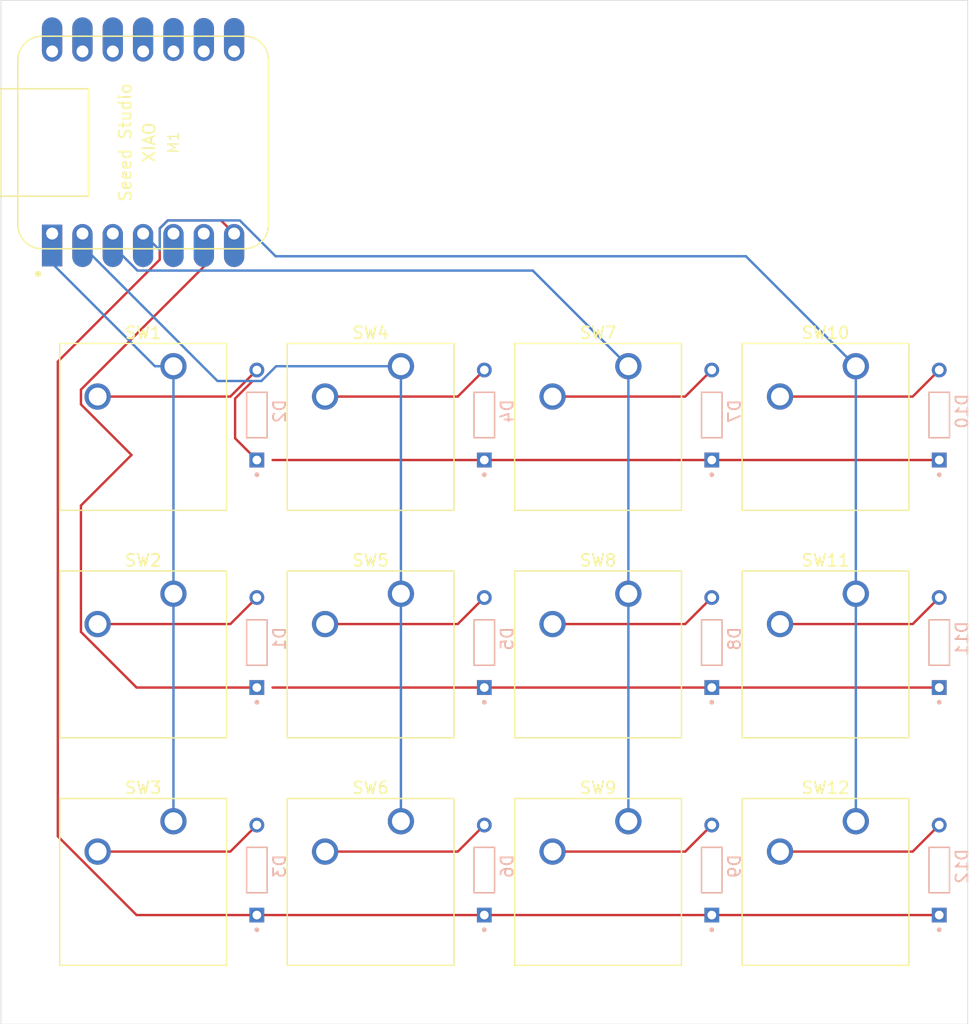
<source format=kicad_pcb>
(kicad_pcb (version 20240108) (generator "pcbnew") (generator_version "8.0")
  (layers (0 "F.Cu" signal) (31 "B.Cu" signal) (34 "B.Paste" user) (35 "F.Paste" user) (36 "B.SilkS" user "B.Silkscreen") (37 "F.SilkS" user "F.Silkscreen") (38 "B.Mask" user) (39 "F.Mask" user) (44 "Edge.Cuts" user))
  (net 0 "")
  (net 1 "Net-(D1-A)")
  (net 2 "Row 1")
  (net 3 "Row 0")
  (net 4 "Net-(D2-A)")
  (net 5 "Row 2")
  (net 6 "Net-(D3-A)")
  (net 7 "Net-(D4-A)")
  (net 9 "Net-(D5-A)")
  (net 10 "Net-(D6-A)")
  (net 11 "Net-(D7-A)")
  (net 12 "Net-(D8-A)")
  (net 13 "Net-(D9-A)")
  (net 14 "Net-(D10-A)")
  (net 15 "Net-(D11-A)")
  (net 16 "Net-(D12-A)")
  (net 17 "Col 0")
  (net 19 "Col 1")
  (net 20 "Col 3")
  (net 22 "Col 2")
  (net 24 "+5V")
  (net 25 "GND")
  (footprint "Button_Switch_Keyboard:SW_Cherry_MX_1.00u_PCB" (layer "F.Cu") (at 102.87 90.17)
    (property "Reference" "SW2" (at -2.54 -2.794 0) (layer "F.SilkS"))
    (property "Value" "SW_Push")
    (fp_line (start -9.525 -1.905) (end 4.445 -1.905) (stroke (width 0.12)) (layer "F.SilkS"))
    (fp_line (start -9.525 12.065) (end -9.525 -1.905) (stroke (width 0.12)) (layer "F.SilkS"))
    (fp_line (start 4.445 -1.905) (end 4.445 12.065) (stroke (width 0.12)) (layer "F.SilkS"))
    (fp_line (start 4.445 12.065) (end -9.525 12.065) (stroke (width 0.12)) (layer "F.SilkS"))
    (pad "" np_thru_hole circle (at -7.62 5.08) (size 1.7 1.7) (drill 1.7) (layers "*.Cu" "*.Mask"))
    (pad "" np_thru_hole circle (at -2.54 5.08) (size 4 4) (drill 4) (layers "*.Cu" "*.Mask"))
    (pad "" np_thru_hole circle (at 2.54 5.08) (size 1.7 1.7) (drill 1.7) (layers "*.Cu" "*.Mask"))
    (pad "1" thru_hole circle (at 0 0) (size 2.2 2.2) (drill 1.5) (layers "*.Cu" "*.Mask") (net 17 "Col 0"))
    (pad "2" thru_hole circle (at -6.35 2.54) (size 2.2 2.2) (drill 1.5) (layers "*.Cu" "*.Mask") (net 1 "Net-(D1-A)"))
  )
  (footprint "Button_Switch_Keyboard:SW_Cherry_MX_1.00u_PCB" (layer "F.Cu") (at 140.97 90.17)
    (property "Reference" "SW8" (at -2.54 -2.794 0) (layer "F.SilkS"))
    (property "Value" "SW_Push")
    (fp_line (start -9.525 -1.905) (end 4.445 -1.905) (stroke (width 0.12)) (layer "F.SilkS"))
    (fp_line (start -9.525 12.065) (end -9.525 -1.905) (stroke (width 0.12)) (layer "F.SilkS"))
    (fp_line (start 4.445 -1.905) (end 4.445 12.065) (stroke (width 0.12)) (layer "F.SilkS"))
    (fp_line (start 4.445 12.065) (end -9.525 12.065) (stroke (width 0.12)) (layer "F.SilkS"))
    (pad "" np_thru_hole circle (at -7.62 5.08) (size 1.7 1.7) (drill 1.7) (layers "*.Cu" "*.Mask"))
    (pad "" np_thru_hole circle (at -2.54 5.08) (size 4 4) (drill 4) (layers "*.Cu" "*.Mask"))
    (pad "" np_thru_hole circle (at 2.54 5.08) (size 1.7 1.7) (drill 1.7) (layers "*.Cu" "*.Mask"))
    (pad "1" thru_hole circle (at 0 0) (size 2.2 2.2) (drill 1.5) (layers "*.Cu" "*.Mask") (net 22 "Col 2"))
    (pad "2" thru_hole circle (at -6.35 2.54) (size 2.2 2.2) (drill 1.5) (layers "*.Cu" "*.Mask") (net 12 "Net-(D8-A)"))
  )
  (footprint "library:XIAO-Generic-Hybrid-14P-2.54-21X17.8MM" (layer "F.Cu") (at 100.33 52.3875 90)
    (property "Reference" "M1" (at 0 2.54 90) (layer "F.SilkS") (effects (font (size 0.889 0.889) (thickness 0.1016))))
    (property "Value" "XIAO-RP2040" (hide yes))
    (fp_line (start 4.5 -11.92403) (end 4.5 -4.57073) (stroke (width 0.127)) (layer "F.SilkS"))
    (fp_line (start -4.5 -11.92403) (end 4.5 -11.92403) (stroke (width 0.127)) (layer "F.SilkS"))
    (fp_line (start 6.9 -10.49909) (end -6.9 -10.49909) (stroke (width 0.127)) (layer "F.SilkS"))
    (fp_line (start -8.9 -8.5) (end -8.9 8.5) (stroke (width 0.127)) (layer "F.SilkS"))
    (fp_line (start 4.5 -4.57073) (end -4.5 -4.57073) (stroke (width 0.127)) (layer "F.SilkS"))
    (fp_line (start -4.5 -4.57073) (end -4.5 -11.92403) (stroke (width 0.127)) (layer "F.SilkS"))
    (fp_line (start 8.9 8.5) (end 8.9 -8.5) (stroke (width 0.127)) (layer "F.SilkS"))
    (fp_line (start -6.9 10.5) (end 6.9 10.5) (stroke (width 0.127)) (layer "F.SilkS"))
    (fp_arc (start 6.9 -10.5) (mid 8.301494 -9.901494) (end 8.9 -8.5) (stroke (width 0.12)) (layer "F.SilkS"))
    (fp_arc (start -8.9 -8.5) (mid -8.301491 -9.901491) (end -6.9 -10.5) (stroke (width 0.12)) (layer "F.SilkS"))
    (fp_arc (start 8.9 8.5) (mid 8.314214 9.914214) (end 6.9 10.5) (stroke (width 0.12)) (layer "F.SilkS"))
    (fp_arc (start -6.9 10.5) (mid -8.301423 9.901423) (end -8.9 8.5) (stroke (width 0.12)) (layer "F.SilkS"))
    (fp_circle (center -11 -8.8) (end -11 -9.054) (fill solid) (layer "F.SilkS"))
    (fp_poly (pts (xy -8.887715 -8.561705) (xy -8.884667 -8.610473) (xy -8.880603 -8.659494)) (stroke (width 0.0254)) (fill none) (layer "F.SilkS"))
    (fp_poly (pts (xy 8.889492 8.521574) (xy 8.887713 8.57085) (xy 8.884665 8.619618) (xy 8.880601 8.668639) (xy 8.875268 8.717407) (xy 8.868664 8.766175) (xy 8.861044 8.81469) (xy 8.852153 8.86295) (xy 8.842248 8.910955)) (stroke (width 0.0254)) (fill none) (layer "F.SilkS"))
    (fp_text user "Seeed Studio" (at 0 -1.5 90) (layer "F.SilkS"))
    (fp_text user "XIAO" (at 0 0.5 90) (layer "F.SilkS"))
    (pad "1" thru_hole rect (at -7.625 -7.62 90) (size 3.5 1.7) (drill 1 (offset -1 0)) (layers "*.Cu" "*.Mask") (net 17 "Col 0"))
    (pad "2" thru_hole oval (at -7.625 -5.08 90) (size 3.6 1.7) (drill 1 (offset -1 0)) (layers "*.Cu" "*.Mask") (net 19 "Col 1"))
    (pad "3" thru_hole oval (at -7.625 -2.54 90) (size 3.6 1.7) (drill 1 (offset -1 0)) (layers "*.Cu" "*.Mask") (net 22 "Col 2"))
    (pad "4" thru_hole oval (at -7.625 0 90) (size 3.6 1.7) (drill 1 (offset -1 0)) (layers "*.Cu" "*.Mask") (net 20 "Col 3"))
    (pad "5" thru_hole oval (at -7.625 2.54 90) (size 3.6 1.7) (drill 1 (offset -1 0)) (layers "*.Cu" "*.Mask") (net 3 "Row 0"))
    (pad "6" thru_hole oval (at -7.625 5.08 270) (size 3.6 1.7) (drill 1 (offset 1 0)) (layers "*.Cu" "*.Mask") (net 2 "Row 1"))
    (pad "7" thru_hole oval (at -7.625 7.62 90) (size 3.6 1.7) (drill 1 (offset -1 0)) (layers "*.Cu" "*.Mask") (net 5 "Row 2"))
    (pad "8" thru_hole oval (at 7.625 7.62 90) (size 3.6 1.7) (drill 1 (offset 1 0)) (layers "*.Cu" "*.Mask"))
    (pad "9" thru_hole oval (at 7.625 5.08 90) (size 3.6 1.7) (drill 1 (offset 1 0)) (layers "*.Cu" "*.Mask"))
    (pad "10" thru_hole oval (at 7.625 2.54 90) (size 3.6 1.7) (drill 1 (offset 1 0)) (layers "*.Cu" "*.Mask"))
    (pad "11" thru_hole oval (at 7.625 0 90) (size 3.7 1.7) (drill 1 (offset 1 0)) (layers "*.Cu" "*.Mask"))
    (pad "12" thru_hole oval (at 7.625 -2.54 90) (size 3.7 1.7) (drill 1 (offset 1 0)) (layers "*.Cu" "*.Mask"))
    (pad "13" thru_hole oval (at 7.625 -5.08 90) (size 3.7 1.7) (drill 1 (offset 1 0)) (layers "*.Cu" "*.Mask") (net 25 "GND"))
    (pad "14" thru_hole oval (at 7.625 -7.62 90) (size 3.7 1.7) (drill 1 (offset 1 0)) (layers "*.Cu" "*.Mask") (net 24 "+5V"))
  )
  (footprint "Button_Switch_Keyboard:SW_Cherry_MX_1.00u_PCB" (layer "F.Cu") (at 121.92 71.12)
    (property "Reference" "SW4" (at -2.54 -2.794 0) (layer "F.SilkS"))
    (property "Value" "SW_Push")
    (fp_line (start -9.525 -1.905) (end 4.445 -1.905) (stroke (width 0.12)) (layer "F.SilkS"))
    (fp_line (start -9.525 12.065) (end -9.525 -1.905) (stroke (width 0.12)) (layer "F.SilkS"))
    (fp_line (start 4.445 -1.905) (end 4.445 12.065) (stroke (width 0.12)) (layer "F.SilkS"))
    (fp_line (start 4.445 12.065) (end -9.525 12.065) (stroke (width 0.12)) (layer "F.SilkS"))
    (pad "" np_thru_hole circle (at -7.62 5.08) (size 1.7 1.7) (drill 1.7) (layers "*.Cu" "*.Mask"))
    (pad "" np_thru_hole circle (at -2.54 5.08) (size 4 4) (drill 4) (layers "*.Cu" "*.Mask"))
    (pad "" np_thru_hole circle (at 2.54 5.08) (size 1.7 1.7) (drill 1.7) (layers "*.Cu" "*.Mask"))
    (pad "1" thru_hole circle (at 0 0) (size 2.2 2.2) (drill 1.5) (layers "*.Cu" "*.Mask") (net 19 "Col 1"))
    (pad "2" thru_hole circle (at -6.35 2.54) (size 2.2 2.2) (drill 1.5) (layers "*.Cu" "*.Mask") (net 7 "Net-(D4-A)"))
  )
  (footprint "Button_Switch_Keyboard:SW_Cherry_MX_1.00u_PCB" (layer "F.Cu") (at 121.92 109.22)
    (property "Reference" "SW6" (at -2.54 -2.794 0) (layer "F.SilkS"))
    (property "Value" "SW_Push")
    (fp_line (start -9.525 -1.905) (end 4.445 -1.905) (stroke (width 0.12)) (layer "F.SilkS"))
    (fp_line (start -9.525 12.065) (end -9.525 -1.905) (stroke (width 0.12)) (layer "F.SilkS"))
    (fp_line (start 4.445 -1.905) (end 4.445 12.065) (stroke (width 0.12)) (layer "F.SilkS"))
    (fp_line (start 4.445 12.065) (end -9.525 12.065) (stroke (width 0.12)) (layer "F.SilkS"))
    (pad "" np_thru_hole circle (at -7.62 5.08) (size 1.7 1.7) (drill 1.7) (layers "*.Cu" "*.Mask"))
    (pad "" np_thru_hole circle (at -2.54 5.08) (size 4 4) (drill 4) (layers "*.Cu" "*.Mask"))
    (pad "" np_thru_hole circle (at 2.54 5.08) (size 1.7 1.7) (drill 1.7) (layers "*.Cu" "*.Mask"))
    (pad "1" thru_hole circle (at 0 0) (size 2.2 2.2) (drill 1.5) (layers "*.Cu" "*.Mask") (net 19 "Col 1"))
    (pad "2" thru_hole circle (at -6.35 2.54) (size 2.2 2.2) (drill 1.5) (layers "*.Cu" "*.Mask") (net 10 "Net-(D6-A)"))
  )
  (footprint "Button_Switch_Keyboard:SW_Cherry_MX_1.00u_PCB" (layer "F.Cu") (at 140.97 71.12)
    (property "Reference" "SW7" (at -2.54 -2.794 0) (layer "F.SilkS"))
    (property "Value" "SW_Push")
    (fp_line (start -9.525 -1.905) (end 4.445 -1.905) (stroke (width 0.12)) (layer "F.SilkS"))
    (fp_line (start -9.525 12.065) (end -9.525 -1.905) (stroke (width 0.12)) (layer "F.SilkS"))
    (fp_line (start 4.445 -1.905) (end 4.445 12.065) (stroke (width 0.12)) (layer "F.SilkS"))
    (fp_line (start 4.445 12.065) (end -9.525 12.065) (stroke (width 0.12)) (layer "F.SilkS"))
    (pad "" np_thru_hole circle (at -7.62 5.08) (size 1.7 1.7) (drill 1.7) (layers "*.Cu" "*.Mask"))
    (pad "" np_thru_hole circle (at -2.54 5.08) (size 4 4) (drill 4) (layers "*.Cu" "*.Mask"))
    (pad "" np_thru_hole circle (at 2.54 5.08) (size 1.7 1.7) (drill 1.7) (layers "*.Cu" "*.Mask"))
    (pad "1" thru_hole circle (at 0 0) (size 2.2 2.2) (drill 1.5) (layers "*.Cu" "*.Mask") (net 22 "Col 2"))
    (pad "2" thru_hole circle (at -6.35 2.54) (size 2.2 2.2) (drill 1.5) (layers "*.Cu" "*.Mask") (net 11 "Net-(D7-A)"))
  )
  (footprint "Button_Switch_Keyboard:SW_Cherry_MX_1.00u_PCB" (layer "F.Cu") (at 160.02 90.17)
    (property "Reference" "SW11" (at -2.54 -2.794 0) (layer "F.SilkS"))
    (property "Value" "SW_Push")
    (fp_line (start -9.525 -1.905) (end 4.445 -1.905) (stroke (width 0.12)) (layer "F.SilkS"))
    (fp_line (start -9.525 12.065) (end -9.525 -1.905) (stroke (width 0.12)) (layer "F.SilkS"))
    (fp_line (start 4.445 -1.905) (end 4.445 12.065) (stroke (width 0.12)) (layer "F.SilkS"))
    (fp_line (start 4.445 12.065) (end -9.525 12.065) (stroke (width 0.12)) (layer "F.SilkS"))
    (pad "" np_thru_hole circle (at -7.62 5.08) (size 1.7 1.7) (drill 1.7) (layers "*.Cu" "*.Mask"))
    (pad "" np_thru_hole circle (at -2.54 5.08) (size 4 4) (drill 4) (layers "*.Cu" "*.Mask"))
    (pad "" np_thru_hole circle (at 2.54 5.08) (size 1.7 1.7) (drill 1.7) (layers "*.Cu" "*.Mask"))
    (pad "1" thru_hole circle (at 0 0) (size 2.2 2.2) (drill 1.5) (layers "*.Cu" "*.Mask") (net 20 "Col 3"))
    (pad "2" thru_hole circle (at -6.35 2.54) (size 2.2 2.2) (drill 1.5) (layers "*.Cu" "*.Mask") (net 15 "Net-(D11-A)"))
  )
  (footprint "Button_Switch_Keyboard:SW_Cherry_MX_1.00u_PCB" (layer "F.Cu") (at 102.87 109.22)
    (property "Reference" "SW3" (at -2.54 -2.794 0) (layer "F.SilkS"))
    (property "Value" "SW_Push")
    (fp_line (start -9.525 -1.905) (end 4.445 -1.905) (stroke (width 0.12)) (layer "F.SilkS"))
    (fp_line (start -9.525 12.065) (end -9.525 -1.905) (stroke (width 0.12)) (layer "F.SilkS"))
    (fp_line (start 4.445 -1.905) (end 4.445 12.065) (stroke (width 0.12)) (layer "F.SilkS"))
    (fp_line (start 4.445 12.065) (end -9.525 12.065) (stroke (width 0.12)) (layer "F.SilkS"))
    (pad "" np_thru_hole circle (at -7.62 5.08) (size 1.7 1.7) (drill 1.7) (layers "*.Cu" "*.Mask"))
    (pad "" np_thru_hole circle (at -2.54 5.08) (size 4 4) (drill 4) (layers "*.Cu" "*.Mask"))
    (pad "" np_thru_hole circle (at 2.54 5.08) (size 1.7 1.7) (drill 1.7) (layers "*.Cu" "*.Mask"))
    (pad "1" thru_hole circle (at 0 0) (size 2.2 2.2) (drill 1.5) (layers "*.Cu" "*.Mask") (net 17 "Col 0"))
    (pad "2" thru_hole circle (at -6.35 2.54) (size 2.2 2.2) (drill 1.5) (layers "*.Cu" "*.Mask") (net 6 "Net-(D3-A)"))
  )
  (footprint "Button_Switch_Keyboard:SW_Cherry_MX_1.00u_PCB" (layer "F.Cu") (at 140.97 109.22)
    (property "Reference" "SW9" (at -2.54 -2.794 0) (layer "F.SilkS"))
    (property "Value" "SW_Push")
    (fp_line (start -9.525 -1.905) (end 4.445 -1.905) (stroke (width 0.12)) (layer "F.SilkS"))
    (fp_line (start -9.525 12.065) (end -9.525 -1.905) (stroke (width 0.12)) (layer "F.SilkS"))
    (fp_line (start 4.445 -1.905) (end 4.445 12.065) (stroke (width 0.12)) (layer "F.SilkS"))
    (fp_line (start 4.445 12.065) (end -9.525 12.065) (stroke (width 0.12)) (layer "F.SilkS"))
    (pad "" np_thru_hole circle (at -7.62 5.08) (size 1.7 1.7) (drill 1.7) (layers "*.Cu" "*.Mask"))
    (pad "" np_thru_hole circle (at -2.54 5.08) (size 4 4) (drill 4) (layers "*.Cu" "*.Mask"))
    (pad "" np_thru_hole circle (at 2.54 5.08) (size 1.7 1.7) (drill 1.7) (layers "*.Cu" "*.Mask"))
    (pad "1" thru_hole circle (at 0 0) (size 2.2 2.2) (drill 1.5) (layers "*.Cu" "*.Mask") (net 22 "Col 2"))
    (pad "2" thru_hole circle (at -6.35 2.54) (size 2.2 2.2) (drill 1.5) (layers "*.Cu" "*.Mask") (net 13 "Net-(D9-A)"))
  )
  (footprint "Button_Switch_Keyboard:SW_Cherry_MX_1.00u_PCB" (layer "F.Cu") (at 121.92 90.17)
    (property "Reference" "SW5" (at -2.54 -2.794 0) (layer "F.SilkS"))
    (property "Value" "SW_Push")
    (fp_line (start -9.525 -1.905) (end 4.445 -1.905) (stroke (width 0.12)) (layer "F.SilkS"))
    (fp_line (start -9.525 12.065) (end -9.525 -1.905) (stroke (width 0.12)) (layer "F.SilkS"))
    (fp_line (start 4.445 -1.905) (end 4.445 12.065) (stroke (width 0.12)) (layer "F.SilkS"))
    (fp_line (start 4.445 12.065) (end -9.525 12.065) (stroke (width 0.12)) (layer "F.SilkS"))
    (pad "" np_thru_hole circle (at -7.62 5.08) (size 1.7 1.7) (drill 1.7) (layers "*.Cu" "*.Mask"))
    (pad "" np_thru_hole circle (at -2.54 5.08) (size 4 4) (drill 4) (layers "*.Cu" "*.Mask"))
    (pad "" np_thru_hole circle (at 2.54 5.08) (size 1.7 1.7) (drill 1.7) (layers "*.Cu" "*.Mask"))
    (pad "1" thru_hole circle (at 0 0) (size 2.2 2.2) (drill 1.5) (layers "*.Cu" "*.Mask") (net 19 "Col 1"))
    (pad "2" thru_hole circle (at -6.35 2.54) (size 2.2 2.2) (drill 1.5) (layers "*.Cu" "*.Mask") (net 9 "Net-(D5-A)"))
  )
  (footprint "Button_Switch_Keyboard:SW_Cherry_MX_1.00u_PCB" (layer "F.Cu") (at 160.02 109.22)
    (property "Reference" "SW12" (at -2.54 -2.794 0) (layer "F.SilkS"))
    (property "Value" "SW_Push")
    (fp_line (start -9.525 -1.905) (end 4.445 -1.905) (stroke (width 0.12)) (layer "F.SilkS"))
    (fp_line (start -9.525 12.065) (end -9.525 -1.905) (stroke (width 0.12)) (layer "F.SilkS"))
    (fp_line (start 4.445 -1.905) (end 4.445 12.065) (stroke (width 0.12)) (layer "F.SilkS"))
    (fp_line (start 4.445 12.065) (end -9.525 12.065) (stroke (width 0.12)) (layer "F.SilkS"))
    (pad "" np_thru_hole circle (at -7.62 5.08) (size 1.7 1.7) (drill 1.7) (layers "*.Cu" "*.Mask"))
    (pad "" np_thru_hole circle (at -2.54 5.08) (size 4 4) (drill 4) (layers "*.Cu" "*.Mask"))
    (pad "" np_thru_hole circle (at 2.54 5.08) (size 1.7 1.7) (drill 1.7) (layers "*.Cu" "*.Mask"))
    (pad "1" thru_hole circle (at 0 0) (size 2.2 2.2) (drill 1.5) (layers "*.Cu" "*.Mask") (net 20 "Col 3"))
    (pad "2" thru_hole circle (at -6.35 2.54) (size 2.2 2.2) (drill 1.5) (layers "*.Cu" "*.Mask") (net 16 "Net-(D12-A)"))
  )
  (footprint "Button_Switch_Keyboard:SW_Cherry_MX_1.00u_PCB" (layer "F.Cu") (at 102.87 71.12)
    (property "Reference" "SW1" (at -2.54 -2.794 0) (layer "F.SilkS"))
    (property "Value" "SW_Push")
    (fp_line (start -9.525 -1.905) (end 4.445 -1.905) (stroke (width 0.12)) (layer "F.SilkS"))
    (fp_line (start -9.525 12.065) (end -9.525 -1.905) (stroke (width 0.12)) (layer "F.SilkS"))
    (fp_line (start 4.445 -1.905) (end 4.445 12.065) (stroke (width 0.12)) (layer "F.SilkS"))
    (fp_line (start 4.445 12.065) (end -9.525 12.065) (stroke (width 0.12)) (layer "F.SilkS"))
    (pad "" np_thru_hole circle (at -7.62 5.08) (size 1.7 1.7) (drill 1.7) (layers "*.Cu" "*.Mask"))
    (pad "" np_thru_hole circle (at -2.54 5.08) (size 4 4) (drill 4) (layers "*.Cu" "*.Mask"))
    (pad "" np_thru_hole circle (at 2.54 5.08) (size 1.7 1.7) (drill 1.7) (layers "*.Cu" "*.Mask"))
    (pad "1" thru_hole circle (at 0 0) (size 2.2 2.2) (drill 1.5) (layers "*.Cu" "*.Mask") (net 17 "Col 0"))
    (pad "2" thru_hole circle (at -6.35 2.54) (size 2.2 2.2) (drill 1.5) (layers "*.Cu" "*.Mask") (net 4 "Net-(D2-A)"))
  )
  (footprint "Button_Switch_Keyboard:SW_Cherry_MX_1.00u_PCB" (layer "F.Cu") (at 160.02 71.12)
    (property "Reference" "SW10" (at -2.54 -2.794 0) (layer "F.SilkS"))
    (property "Value" "SW_Push")
    (fp_line (start -9.525 -1.905) (end 4.445 -1.905) (stroke (width 0.12)) (layer "F.SilkS"))
    (fp_line (start -9.525 12.065) (end -9.525 -1.905) (stroke (width 0.12)) (layer "F.SilkS"))
    (fp_line (start 4.445 -1.905) (end 4.445 12.065) (stroke (width 0.12)) (layer "F.SilkS"))
    (fp_line (start 4.445 12.065) (end -9.525 12.065) (stroke (width 0.12)) (layer "F.SilkS"))
    (pad "" np_thru_hole circle (at -7.62 5.08) (size 1.7 1.7) (drill 1.7) (layers "*.Cu" "*.Mask"))
    (pad "" np_thru_hole circle (at -2.54 5.08) (size 4 4) (drill 4) (layers "*.Cu" "*.Mask"))
    (pad "" np_thru_hole circle (at 2.54 5.08) (size 1.7 1.7) (drill 1.7) (layers "*.Cu" "*.Mask"))
    (pad "1" thru_hole circle (at 0 0) (size 2.2 2.2) (drill 1.5) (layers "*.Cu" "*.Mask") (net 20 "Col 3"))
    (pad "2" thru_hole circle (at -6.35 2.54) (size 2.2 2.2) (drill 1.5) (layers "*.Cu" "*.Mask") (net 14 "Net-(D10-A)"))
  )
  (footprint "library:1N4148" (layer "B.Cu") (at 167.005 94.256 90)
    (property "Reference" "D11" (at 0.3175 1.905 90) (layer "B.SilkS") (effects (justify mirror)))
    (property "Value" "D")
    (fp_line (start 1.9025 -0.86) (end 1.9025 0.86) (stroke (width 0.127)) (layer "B.SilkS"))
    (fp_line (start -1.9025 -0.86) (end 1.9025 -0.86) (stroke (width 0.127)) (layer "B.SilkS"))
    (fp_line (start 1.9025 0.86) (end -1.9025 0.86) (stroke (width 0.127)) (layer "B.SilkS"))
    (fp_line (start -1.9025 0.86) (end -1.9025 -0.86) (stroke (width 0.127)) (layer "B.SilkS"))
    (fp_circle (center -5 0) (end -4.9 0) (stroke (width 0.2)) (fill none) (layer "B.SilkS"))
    (pad "1" thru_hole rect (at -3.7685 0 90) (size 1.238 1.238) (drill 0.73) (layers "*.Cu" "*.Mask") (net 2 "Row 1"))
    (pad "2" thru_hole circle (at 3.7685 0 90) (size 1.238 1.238) (drill 0.73) (layers "*.Cu" "*.Mask") (net 15 "Net-(D11-A)"))
  )
  (footprint "library:1N4148" (layer "B.Cu") (at 109.855 94.256 90)
    (property "Reference" "D1" (at 0.3175 1.905 90) (layer "B.SilkS") (effects (justify mirror)))
    (property "Value" "D")
    (fp_line (start 1.9025 -0.86) (end 1.9025 0.86) (stroke (width 0.127)) (layer "B.SilkS"))
    (fp_line (start -1.9025 -0.86) (end 1.9025 -0.86) (stroke (width 0.127)) (layer "B.SilkS"))
    (fp_line (start 1.9025 0.86) (end -1.9025 0.86) (stroke (width 0.127)) (layer "B.SilkS"))
    (fp_line (start -1.9025 0.86) (end -1.9025 -0.86) (stroke (width 0.127)) (layer "B.SilkS"))
    (fp_circle (center -5 0) (end -4.9 0) (stroke (width 0.2)) (fill none) (layer "B.SilkS"))
    (pad "1" thru_hole rect (at -3.7685 0 90) (size 1.238 1.238) (drill 0.73) (layers "*.Cu" "*.Mask") (net 2 "Row 1"))
    (pad "2" thru_hole circle (at 3.7685 0 90) (size 1.238 1.238) (drill 0.73) (layers "*.Cu" "*.Mask") (net 1 "Net-(D1-A)"))
  )
  (footprint "library:1N4148" (layer "B.Cu") (at 147.955 113.306 90)
    (property "Reference" "D9" (at 0.3175 1.905 90) (layer "B.SilkS") (effects (justify mirror)))
    (property "Value" "D")
    (fp_line (start 1.9025 -0.86) (end 1.9025 0.86) (stroke (width 0.127)) (layer "B.SilkS"))
    (fp_line (start -1.9025 -0.86) (end 1.9025 -0.86) (stroke (width 0.127)) (layer "B.SilkS"))
    (fp_line (start 1.9025 0.86) (end -1.9025 0.86) (stroke (width 0.127)) (layer "B.SilkS"))
    (fp_line (start -1.9025 0.86) (end -1.9025 -0.86) (stroke (width 0.127)) (layer "B.SilkS"))
    (fp_circle (center -5 0) (end -4.9 0) (stroke (width 0.2)) (fill none) (layer "B.SilkS"))
    (pad "1" thru_hole rect (at -3.7685 0 90) (size 1.238 1.238) (drill 0.73) (layers "*.Cu" "*.Mask") (net 5 "Row 2"))
    (pad "2" thru_hole circle (at 3.7685 0 90) (size 1.238 1.238) (drill 0.73) (layers "*.Cu" "*.Mask") (net 13 "Net-(D9-A)"))
  )
  (footprint "library:1N4148" (layer "B.Cu") (at 128.905 94.256 90)
    (property "Reference" "D5" (at 0.3175 1.905 90) (layer "B.SilkS") (effects (justify mirror)))
    (property "Value" "D")
    (fp_line (start 1.9025 -0.86) (end 1.9025 0.86) (stroke (width 0.127)) (layer "B.SilkS"))
    (fp_line (start -1.9025 -0.86) (end 1.9025 -0.86) (stroke (width 0.127)) (layer "B.SilkS"))
    (fp_line (start 1.9025 0.86) (end -1.9025 0.86) (stroke (width 0.127)) (layer "B.SilkS"))
    (fp_line (start -1.9025 0.86) (end -1.9025 -0.86) (stroke (width 0.127)) (layer "B.SilkS"))
    (fp_circle (center -5 0) (end -4.9 0) (stroke (width 0.2)) (fill none) (layer "B.SilkS"))
    (pad "1" thru_hole rect (at -3.7685 0 90) (size 1.238 1.238) (drill 0.73) (layers "*.Cu" "*.Mask") (net 2 "Row 1"))
    (pad "2" thru_hole circle (at 3.7685 0 90) (size 1.238 1.238) (drill 0.73) (layers "*.Cu" "*.Mask") (net 9 "Net-(D5-A)"))
  )
  (footprint "library:1N4148" (layer "B.Cu") (at 109.855 75.206 90)
    (property "Reference" "D2" (at 0.3175 1.905 90) (layer "B.SilkS") (effects (justify mirror)))
    (property "Value" "D")
    (fp_line (start 1.9025 -0.86) (end 1.9025 0.86) (stroke (width 0.127)) (layer "B.SilkS"))
    (fp_line (start -1.9025 -0.86) (end 1.9025 -0.86) (stroke (width 0.127)) (layer "B.SilkS"))
    (fp_line (start 1.9025 0.86) (end -1.9025 0.86) (stroke (width 0.127)) (layer "B.SilkS"))
    (fp_line (start -1.9025 0.86) (end -1.9025 -0.86) (stroke (width 0.127)) (layer "B.SilkS"))
    (fp_circle (center -5 0) (end -4.9 0) (stroke (width 0.2)) (fill none) (layer "B.SilkS"))
    (pad "1" thru_hole rect (at -3.7685 0 90) (size 1.238 1.238) (drill 0.73) (layers "*.Cu" "*.Mask") (net 3 "Row 0"))
    (pad "2" thru_hole circle (at 3.7685 0 90) (size 1.238 1.238) (drill 0.73) (layers "*.Cu" "*.Mask") (net 4 "Net-(D2-A)"))
  )
  (footprint "library:1N4148" (layer "B.Cu") (at 147.955 75.206 90)
    (property "Reference" "D7" (at 0.3175 1.905 90) (layer "B.SilkS") (effects (justify mirror)))
    (property "Value" "D")
    (fp_line (start 1.9025 -0.86) (end 1.9025 0.86) (stroke (width 0.127)) (layer "B.SilkS"))
    (fp_line (start -1.9025 -0.86) (end 1.9025 -0.86) (stroke (width 0.127)) (layer "B.SilkS"))
    (fp_line (start 1.9025 0.86) (end -1.9025 0.86) (stroke (width 0.127)) (layer "B.SilkS"))
    (fp_line (start -1.9025 0.86) (end -1.9025 -0.86) (stroke (width 0.127)) (layer "B.SilkS"))
    (fp_circle (center -5 0) (end -4.9 0) (stroke (width 0.2)) (fill none) (layer "B.SilkS"))
    (pad "1" thru_hole rect (at -3.7685 0 90) (size 1.238 1.238) (drill 0.73) (layers "*.Cu" "*.Mask") (net 3 "Row 0"))
    (pad "2" thru_hole circle (at 3.7685 0 90) (size 1.238 1.238) (drill 0.73) (layers "*.Cu" "*.Mask") (net 11 "Net-(D7-A)"))
  )
  (footprint "library:1N4148" (layer "B.Cu") (at 128.905 75.206 90)
    (property "Reference" "D4" (at 0.3175 1.905 90) (layer "B.SilkS") (effects (justify mirror)))
    (property "Value" "D")
    (fp_line (start 1.9025 -0.86) (end 1.9025 0.86) (stroke (width 0.127)) (layer "B.SilkS"))
    (fp_line (start -1.9025 -0.86) (end 1.9025 -0.86) (stroke (width 0.127)) (layer "B.SilkS"))
    (fp_line (start 1.9025 0.86) (end -1.9025 0.86) (stroke (width 0.127)) (layer "B.SilkS"))
    (fp_line (start -1.9025 0.86) (end -1.9025 -0.86) (stroke (width 0.127)) (layer "B.SilkS"))
    (fp_circle (center -5 0) (end -4.9 0) (stroke (width 0.2)) (fill none) (layer "B.SilkS"))
    (pad "1" thru_hole rect (at -3.7685 0 90) (size 1.238 1.238) (drill 0.73) (layers "*.Cu" "*.Mask") (net 3 "Row 0"))
    (pad "2" thru_hole circle (at 3.7685 0 90) (size 1.238 1.238) (drill 0.73) (layers "*.Cu" "*.Mask") (net 7 "Net-(D4-A)"))
  )
  (footprint "library:1N4148" (layer "B.Cu") (at 167.005 113.306 90)
    (property "Reference" "D12" (at 0.3175 1.905 90) (layer "B.SilkS") (effects (justify mirror)))
    (property "Value" "D")
    (fp_line (start 1.9025 -0.86) (end 1.9025 0.86) (stroke (width 0.127)) (layer "B.SilkS"))
    (fp_line (start -1.9025 -0.86) (end 1.9025 -0.86) (stroke (width 0.127)) (layer "B.SilkS"))
    (fp_line (start 1.9025 0.86) (end -1.9025 0.86) (stroke (width 0.127)) (layer "B.SilkS"))
    (fp_line (start -1.9025 0.86) (end -1.9025 -0.86) (stroke (width 0.127)) (layer "B.SilkS"))
    (fp_circle (center -5 0) (end -4.9 0) (stroke (width 0.2)) (fill none) (layer "B.SilkS"))
    (pad "1" thru_hole rect (at -3.7685 0 90) (size 1.238 1.238) (drill 0.73) (layers "*.Cu" "*.Mask") (net 5 "Row 2"))
    (pad "2" thru_hole circle (at 3.7685 0 90) (size 1.238 1.238) (drill 0.73) (layers "*.Cu" "*.Mask") (net 16 "Net-(D12-A)"))
  )
  (footprint "library:1N4148" (layer "B.Cu") (at 109.855 113.306 90)
    (property "Reference" "D3" (at 0.3175 1.905 90) (layer "B.SilkS") (effects (justify mirror)))
    (property "Value" "D")
    (fp_line (start 1.9025 -0.86) (end 1.9025 0.86) (stroke (width 0.127)) (layer "B.SilkS"))
    (fp_line (start -1.9025 -0.86) (end 1.9025 -0.86) (stroke (width 0.127)) (layer "B.SilkS"))
    (fp_line (start 1.9025 0.86) (end -1.9025 0.86) (stroke (width 0.127)) (layer "B.SilkS"))
    (fp_line (start -1.9025 0.86) (end -1.9025 -0.86) (stroke (width 0.127)) (layer "B.SilkS"))
    (fp_circle (center -5 0) (end -4.9 0) (stroke (width 0.2)) (fill none) (layer "B.SilkS"))
    (pad "1" thru_hole rect (at -3.7685 0 90) (size 1.238 1.238) (drill 0.73) (layers "*.Cu" "*.Mask") (net 5 "Row 2"))
    (pad "2" thru_hole circle (at 3.7685 0 90) (size 1.238 1.238) (drill 0.73) (layers "*.Cu" "*.Mask") (net 6 "Net-(D3-A)"))
  )
  (footprint "library:1N4148" (layer "B.Cu") (at 167.005 75.206 90)
    (property "Reference" "D10" (at 0.3175 1.905 90) (layer "B.SilkS") (effects (justify mirror)))
    (property "Value" "D")
    (fp_line (start 1.9025 -0.86) (end 1.9025 0.86) (stroke (width 0.127)) (layer "B.SilkS"))
    (fp_line (start -1.9025 -0.86) (end 1.9025 -0.86) (stroke (width 0.127)) (layer "B.SilkS"))
    (fp_line (start 1.9025 0.86) (end -1.9025 0.86) (stroke (width 0.127)) (layer "B.SilkS"))
    (fp_line (start -1.9025 0.86) (end -1.9025 -0.86) (stroke (width 0.127)) (layer "B.SilkS"))
    (fp_circle (center -5 0) (end -4.9 0) (stroke (width 0.2)) (fill none) (layer "B.SilkS"))
    (pad "1" thru_hole rect (at -3.7685 0 90) (size 1.238 1.238) (drill 0.73) (layers "*.Cu" "*.Mask") (net 3 "Row 0"))
    (pad "2" thru_hole circle (at 3.7685 0 90) (size 1.238 1.238) (drill 0.73) (layers "*.Cu" "*.Mask") (net 14 "Net-(D10-A)"))
  )
  (footprint "library:1N4148" (layer "B.Cu") (at 128.905 113.306 90)
    (property "Reference" "D6" (at 0.3175 1.905 90) (layer "B.SilkS") (effects (justify mirror)))
    (property "Value" "D")
    (fp_line (start 1.9025 -0.86) (end 1.9025 0.86) (stroke (width 0.127)) (layer "B.SilkS"))
    (fp_line (start -1.9025 -0.86) (end 1.9025 -0.86) (stroke (width 0.127)) (layer "B.SilkS"))
    (fp_line (start 1.9025 0.86) (end -1.9025 0.86) (stroke (width 0.127)) (layer "B.SilkS"))
    (fp_line (start -1.9025 0.86) (end -1.9025 -0.86) (stroke (width 0.127)) (layer "B.SilkS"))
    (fp_circle (center -5 0) (end -4.9 0) (stroke (width 0.2)) (fill none) (layer "B.SilkS"))
    (pad "1" thru_hole rect (at -3.7685 0 90) (size 1.238 1.238) (drill 0.73) (layers "*.Cu" "*.Mask") (net 5 "Row 2"))
    (pad "2" thru_hole circle (at 3.7685 0 90) (size 1.238 1.238) (drill 0.73) (layers "*.Cu" "*.Mask") (net 10 "Net-(D6-A)"))
  )
  (footprint "library:1N4148" (layer "B.Cu") (at 147.955 94.256 90)
    (property "Reference" "D8" (at 0.3175 1.905 90) (layer "B.SilkS") (effects (justify mirror)))
    (property "Value" "D")
    (fp_line (start 1.9025 -0.86) (end 1.9025 0.86) (stroke (width 0.127)) (layer "B.SilkS"))
    (fp_line (start -1.9025 -0.86) (end 1.9025 -0.86) (stroke (width 0.127)) (layer "B.SilkS"))
    (fp_line (start 1.9025 0.86) (end -1.9025 0.86) (stroke (width 0.127)) (layer "B.SilkS"))
    (fp_line (start -1.9025 0.86) (end -1.9025 -0.86) (stroke (width 0.127)) (layer "B.SilkS"))
    (fp_circle (center -5 0) (end -4.9 0) (stroke (width 0.2)) (fill none) (layer "B.SilkS"))
    (pad "1" thru_hole rect (at -3.7685 0 90) (size 1.238 1.238) (drill 0.73) (layers "*.Cu" "*.Mask") (net 2 "Row 1"))
    (pad "2" thru_hole circle (at 3.7685 0 90) (size 1.238 1.238) (drill 0.73) (layers "*.Cu" "*.Mask") (net 12 "Net-(D8-A)"))
  )
  (gr_rect (start 88.42375 40.48125) (end 169.38625 126.20625) (stroke (width 0.05)) (fill none) (layer "Edge.Cuts"))
  (segment (start 107.6325 92.71) (end 109.855 90.4875) (width 0.2) (layer "F.Cu") (net 1))
  (segment (start 96.52 92.71) (end 107.6325 92.71) (width 0.2) (layer "F.Cu") (net 1))
  (segment (start 105.41 60.0125) (end 105.41 62.7901) (width 0.2) (layer "F.Cu") (net 2))
  (segment (start 95.12 93.363402) (end 99.781098 98.0245) (width 0.2) (layer "F.Cu") (net 2))
  (segment (start 104.499425 63.700675) (end 95.12 73.080101) (width 0.2) (layer "F.Cu") (net 2))
  (segment (start 105.41 62.7901) (end 104.499425 63.700675) (width 0.2) (layer "F.Cu") (net 2))
  (segment (start 167.005 98.0245) (end 147.955 98.0245) (width 0.2) (layer "F.Cu") (net 2))
  (segment (start 99.781098 98.0245) (end 109.855 98.0245) (width 0.2) (layer "F.Cu") (net 2))
  (segment (start 95.12 82.786598) (end 95.12 93.363402) (width 0.2) (layer "F.Cu") (net 2))
  (segment (start 147.955 98.0245) (end 128.905 98.0245) (width 0.2) (layer "F.Cu") (net 2))
  (segment (start 128.905 98.0245) (end 111.174 98.0245) (width 0.2) (layer "F.Cu") (net 2))
  (segment (start 99.356598 78.55) (end 95.12 82.786598) (width 0.2) (layer "F.Cu") (net 2))
  (segment (start 95.12 74.313402) (end 99.356598 78.55) (width 0.2) (layer "F.Cu") (net 2))
  (segment (start 95.12 73.080101) (end 95.12 74.313402) (width 0.2) (layer "F.Cu") (net 2))
  (segment (start 108.0325 77.152) (end 108.0325 73.825685) (width 0.2) (layer "F.Cu") (net 3))
  (segment (start 108.0325 73.825685) (end 109.501686 72.3565) (width 0.2) (layer "F.Cu") (net 3))
  (segment (start 109.855 78.9745) (end 108.0325 77.152) (width 0.2) (layer "F.Cu") (net 3))
  (segment (start 167.005 78.9745) (end 147.955 78.9745) (width 0.2) (layer "F.Cu") (net 3))
  (segment (start 128.905 78.9745) (end 111.174 78.9745) (width 0.2) (layer "F.Cu") (net 3))
  (segment (start 147.955 78.9745) (end 128.905 78.9745) (width 0.2) (layer "F.Cu") (net 3))
  (segment (start 107.6325 73.66) (end 109.855 71.4375) (width 0.2) (layer "F.Cu") (net 4))
  (segment (start 96.52 73.66) (end 107.6325 73.66) (width 0.2) (layer "F.Cu") (net 4))
  (segment (start 128.905 117.0745) (end 109.855 117.0745) (width 0.2) (layer "F.Cu") (net 5))
  (segment (start 106.85 58.9125) (end 107.95 60.0125) (width 0.2) (layer "F.Cu") (net 5))
  (segment (start 99.781098 117.0745) (end 93.18625 110.479652) (width 0.2) (layer "F.Cu") (net 5))
  (segment (start 101.72 62.198846) (end 101.72 59.586154) (width 0.2) (layer "F.Cu") (net 5))
  (segment (start 109.855 117.0745) (end 99.781098 117.0745) (width 0.2) (layer "F.Cu") (net 5))
  (segment (start 93.18625 70.732596) (end 101.72 62.198846) (width 0.2) (layer "F.Cu") (net 5))
  (segment (start 167.005 117.0745) (end 147.955 117.0745) (width 0.2) (layer "F.Cu") (net 5))
  (segment (start 102.393654 58.9125) (end 106.85 58.9125) (width 0.2) (layer "F.Cu") (net 5))
  (segment (start 101.72 59.586154) (end 102.393654 58.9125) (width 0.2) (layer "F.Cu") (net 5))
  (segment (start 147.955 117.0745) (end 128.905 117.0745) (width 0.2) (layer "F.Cu") (net 5))
  (segment (start 93.18625 110.479652) (end 93.18625 70.732596) (width 0.2) (layer "F.Cu") (net 5))
  (segment (start 107.6325 111.76) (end 109.855 109.5375) (width 0.2) (layer "F.Cu") (net 6))
  (segment (start 96.52 111.76) (end 107.6325 111.76) (width 0.2) (layer "F.Cu") (net 6))
  (segment (start 126.6825 73.66) (end 128.905 71.4375) (width 0.2) (layer "F.Cu") (net 7))
  (segment (start 115.57 73.66) (end 126.6825 73.66) (width 0.2) (layer "F.Cu") (net 7))
  (segment (start 115.57 92.71) (end 126.6825 92.71) (width 0.2) (layer "F.Cu") (net 9))
  (segment (start 126.6825 92.71) (end 128.905 90.4875) (width 0.2) (layer "F.Cu") (net 9))
  (segment (start 115.57 111.76) (end 126.6825 111.76) (width 0.2) (layer "F.Cu") (net 10))
  (segment (start 126.6825 111.76) (end 128.905 109.5375) (width 0.2) (layer "F.Cu") (net 10))
  (segment (start 134.62 73.66) (end 145.7325 73.66) (width 0.2) (layer "F.Cu") (net 11))
  (segment (start 145.7325 73.66) (end 147.955 71.4375) (width 0.2) (layer "F.Cu") (net 11))
  (segment (start 145.7325 92.71) (end 147.955 90.4875) (width 0.2) (layer "F.Cu") (net 12))
  (segment (start 134.62 92.71) (end 145.7325 92.71) (width 0.2) (layer "F.Cu") (net 12))
  (segment (start 145.7325 111.76) (end 147.955 109.5375) (width 0.2) (layer "F.Cu") (net 13))
  (segment (start 134.62 111.76) (end 145.7325 111.76) (width 0.2) (layer "F.Cu") (net 13))
  (segment (start 153.67 73.66) (end 164.7825 73.66) (width 0.2) (layer "F.Cu") (net 14))
  (segment (start 164.7825 73.66) (end 167.005 71.4375) (width 0.2) (layer "F.Cu") (net 14))
  (segment (start 153.67 92.71) (end 164.7825 92.71) (width 0.2) (layer "F.Cu") (net 15))
  (segment (start 164.7825 92.71) (end 167.005 90.4875) (width 0.2) (layer "F.Cu") (net 15))
  (segment (start 164.7825 111.76) (end 167.005 109.5375) (width 0.2) (layer "F.Cu") (net 16))
  (segment (start 153.67 111.76) (end 164.7825 111.76) (width 0.2) (layer "F.Cu") (net 16))
  (segment (start 102.87 90.17) (end 102.87 71.12) (width 0.2) (layer "B.Cu") (net 17))
  (segment (start 102.87 109.22) (end 102.87 90.17) (width 0.2) (layer "B.Cu") (net 17))
  (segment (start 102.87 71.12) (end 101.314366 71.12) (width 0.2) (layer "B.Cu") (net 17))
  (segment (start 92.71 62.515634) (end 92.71 60.0125) (width 0.2) (layer "B.Cu") (net 17))
  (segment (start 101.314366 71.12) (end 92.71 62.515634) (width 0.2) (layer "B.Cu") (net 17))
  (segment (start 121.92 90.17) (end 121.92 71.12) (width 0.2) (layer "B.Cu") (net 19))
  (segment (start 121.92 109.22) (end 121.92 90.17) (width 0.2) (layer "B.Cu") (net 19))
  (segment (start 106.557654 72.3565) (end 95.25 61.048846) (width 0.2) (layer "B.Cu") (net 19))
  (segment (start 121.92 71.12) (end 111.472163 71.12) (width 0.2) (layer "B.Cu") (net 19))
  (segment (start 95.25 61.048846) (end 95.25 60.0125) (width 0.2) (layer "B.Cu") (net 19))
  (segment (start 110.235663 72.3565) (end 106.557654 72.3565) (width 0.2) (layer "B.Cu") (net 19))
  (segment (start 111.472163 71.12) (end 110.235663 72.3565) (width 0.2) (layer "B.Cu") (net 19))
  (segment (start 108.426346 58.9125) (end 102.393654 58.9125) (width 0.2) (layer "B.Cu") (net 20))
  (segment (start 101.72 61.4025) (end 100.33 60.0125) (width 0.2) (layer "B.Cu") (net 20))
  (segment (start 111.426346 61.9125) (end 108.426346 58.9125) (width 0.2) (layer "B.Cu") (net 20))
  (segment (start 160.02 71.12) (end 150.8125 61.9125) (width 0.2) (layer "B.Cu") (net 20))
  (segment (start 160.02 90.17) (end 160.02 71.12) (width 0.2) (layer "B.Cu") (net 20))
  (segment (start 150.8125 61.9125) (end 111.426346 61.9125) (width 0.2) (layer "B.Cu") (net 20))
  (segment (start 102.393654 58.9125) (end 101.72 59.586154) (width 0.2) (layer "B.Cu") (net 20))
  (segment (start 160.02 109.22) (end 160.02 90.17) (width 0.2) (layer "B.Cu") (net 20))
  (segment (start 101.72 59.586154) (end 101.72 61.4025) (width 0.2) (layer "B.Cu") (net 20))
  (segment (start 140.97 90.17) (end 140.97 71.12) (width 0.2) (layer "B.Cu") (net 22))
  (segment (start 132.9625 63.1125) (end 99.853654 63.1125) (width 0.2) (layer "B.Cu") (net 22))
  (segment (start 97.79 61.048846) (end 97.79 60.0125) (width 0.2) (layer "B.Cu") (net 22))
  (segment (start 99.853654 63.1125) (end 97.79 61.048846) (width 0.2) (layer "B.Cu") (net 22))
  (segment (start 140.97 71.12) (end 132.9625 63.1125) (width 0.2) (layer "B.Cu") (net 22))
  (segment (start 140.97 109.22) (end 140.97 90.17) (width 0.2) (layer "B.Cu") (net 22))
)
</source>
